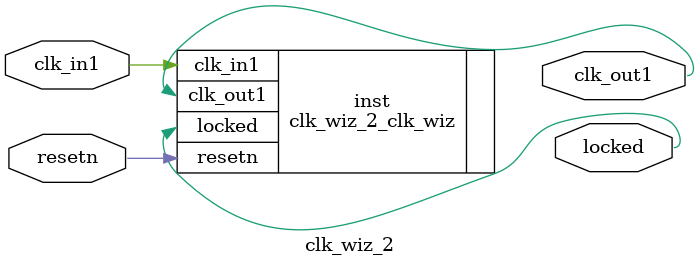
<source format=v>


`timescale 1ps/1ps

(* CORE_GENERATION_INFO = "clk_wiz_2,clk_wiz_v6_0_2_0_0,{component_name=clk_wiz_2,use_phase_alignment=true,use_min_o_jitter=false,use_max_i_jitter=false,use_dyn_phase_shift=false,use_inclk_switchover=false,use_dyn_reconfig=false,enable_axi=0,feedback_source=FDBK_AUTO,PRIMITIVE=PLL,num_out_clk=1,clkin1_period=5.0,clkin2_period=10.0,use_power_down=false,use_reset=true,use_locked=true,use_inclk_stopped=false,feedback_type=SINGLE,CLOCK_MGR_TYPE=NA,manual_override=false}" *)

module clk_wiz_2 
 (
  // Clock out ports
  output        clk_out1,
  // Status and control signals
  input         resetn,
  output        locked,
 // Clock in ports
  input         clk_in1
 );

  clk_wiz_2_clk_wiz inst
  (
  // Clock out ports  
  .clk_out1(clk_out1),
  // Status and control signals               
  .resetn(resetn), 
  .locked(locked),
 // Clock in ports
  .clk_in1(clk_in1)
  );

endmodule

</source>
